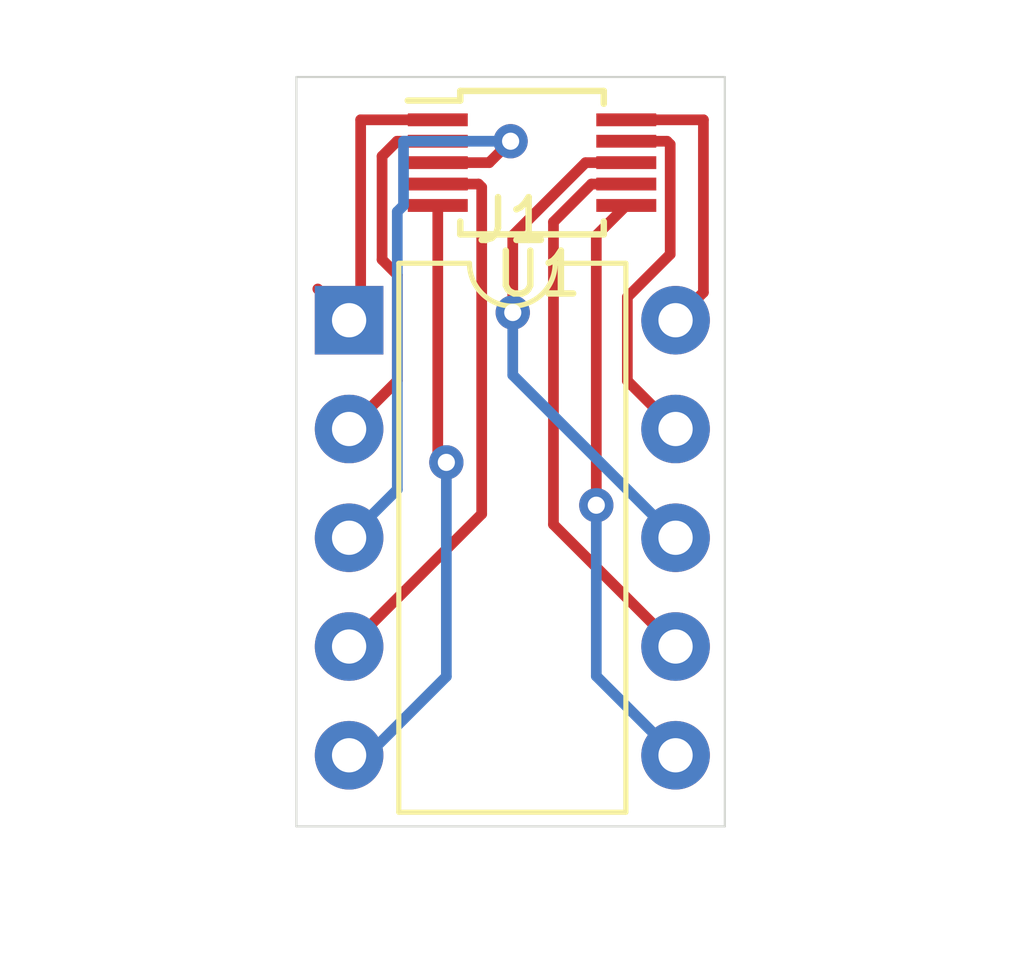
<source format=kicad_pcb>
(kicad_pcb (version 20171130) (host pcbnew "(5.1.10)-1")

  (general
    (thickness 1.6)
    (drawings 4)
    (tracks 52)
    (zones 0)
    (modules 2)
    (nets 10)
  )

  (page A4)
  (layers
    (0 F.Cu signal)
    (31 B.Cu signal)
    (32 B.Adhes user)
    (33 F.Adhes user)
    (34 B.Paste user)
    (35 F.Paste user)
    (36 B.SilkS user)
    (37 F.SilkS user)
    (38 B.Mask user)
    (39 F.Mask user)
    (40 Dwgs.User user)
    (41 Cmts.User user)
    (42 Eco1.User user)
    (43 Eco2.User user)
    (44 Edge.Cuts user)
    (45 Margin user)
    (46 B.CrtYd user)
    (47 F.CrtYd user)
    (48 B.Fab user)
    (49 F.Fab user)
  )

  (setup
    (last_trace_width 0.25)
    (user_trace_width 0.152)
    (user_trace_width 0.2286)
    (user_trace_width 0.3048)
    (user_trace_width 0.6096)
    (trace_clearance 0.2)
    (zone_clearance 0.508)
    (zone_45_only no)
    (trace_min 0.15)
    (via_size 0.8)
    (via_drill 0.4)
    (via_min_size 0.4)
    (via_min_drill 0.3)
    (uvia_size 0.3)
    (uvia_drill 0.1)
    (uvias_allowed no)
    (uvia_min_size 0.2)
    (uvia_min_drill 0.1)
    (edge_width 0.05)
    (segment_width 0.2)
    (pcb_text_width 0.3)
    (pcb_text_size 1.5 1.5)
    (mod_edge_width 0.12)
    (mod_text_size 1 1)
    (mod_text_width 0.15)
    (pad_size 1.524 1.524)
    (pad_drill 0.762)
    (pad_to_mask_clearance 0)
    (aux_axis_origin 0 0)
    (visible_elements 7FFFFFFF)
    (pcbplotparams
      (layerselection 0x010fc_ffffffff)
      (usegerberextensions false)
      (usegerberattributes true)
      (usegerberadvancedattributes true)
      (creategerberjobfile true)
      (excludeedgelayer true)
      (linewidth 0.100000)
      (plotframeref false)
      (viasonmask false)
      (mode 1)
      (useauxorigin false)
      (hpglpennumber 1)
      (hpglpenspeed 20)
      (hpglpendiameter 15.000000)
      (psnegative false)
      (psa4output false)
      (plotreference true)
      (plotvalue true)
      (plotinvisibletext false)
      (padsonsilk false)
      (subtractmaskfromsilk false)
      (outputformat 1)
      (mirror false)
      (drillshape 1)
      (scaleselection 1)
      (outputdirectory ""))
  )

  (net 0 "")
  (net 1 "Net-(J1-Pad4)")
  (net 2 "Net-(J1-Pad10)")
  (net 3 "Net-(J1-Pad9)")
  (net 4 "Net-(J1-Pad8)")
  (net 5 "Net-(J1-Pad7)")
  (net 6 "Net-(J1-Pad5)")
  (net 7 "Net-(J1-Pad3)")
  (net 8 "Net-(J1-Pad2)")
  (net 9 "Net-(J1-Pad1)")

  (net_class Default "This is the default net class."
    (clearance 0.2)
    (trace_width 0.25)
    (via_dia 0.8)
    (via_drill 0.4)
    (uvia_dia 0.3)
    (uvia_drill 0.1)
    (add_net "Net-(J1-Pad1)")
    (add_net "Net-(J1-Pad10)")
    (add_net "Net-(J1-Pad2)")
    (add_net "Net-(J1-Pad3)")
    (add_net "Net-(J1-Pad4)")
    (add_net "Net-(J1-Pad5)")
    (add_net "Net-(J1-Pad7)")
    (add_net "Net-(J1-Pad8)")
    (add_net "Net-(J1-Pad9)")
  )

  (module Package_DIP:DIP-10_W7.62mm (layer F.Cu) (tedit 5A02E8C5) (tstamp 61777B3F)
    (at 141.73 103.18)
    (descr "10-lead though-hole mounted DIP package, row spacing 7.62 mm (300 mils)")
    (tags "THT DIP DIL PDIP 2.54mm 7.62mm 300mil")
    (path /61774FB9)
    (fp_text reference J1 (at 3.81 -2.33) (layer F.SilkS)
      (effects (font (size 1 1) (thickness 0.15)))
    )
    (fp_text value Conn_02x05_Counter_Clockwise (at 3.81 14.32) (layer F.Fab)
      (effects (font (size 1 1) (thickness 0.15)))
    )
    (fp_text user %R (at 3.81 5.08) (layer F.Fab)
      (effects (font (size 1 1) (thickness 0.15)))
    )
    (fp_arc (start 3.81 -1.33) (end 2.81 -1.33) (angle -180) (layer F.SilkS) (width 0.12))
    (fp_line (start 1.635 -1.27) (end 6.985 -1.27) (layer F.Fab) (width 0.1))
    (fp_line (start 6.985 -1.27) (end 6.985 11.43) (layer F.Fab) (width 0.1))
    (fp_line (start 6.985 11.43) (end 0.635 11.43) (layer F.Fab) (width 0.1))
    (fp_line (start 0.635 11.43) (end 0.635 -0.27) (layer F.Fab) (width 0.1))
    (fp_line (start 0.635 -0.27) (end 1.635 -1.27) (layer F.Fab) (width 0.1))
    (fp_line (start 2.81 -1.33) (end 1.16 -1.33) (layer F.SilkS) (width 0.12))
    (fp_line (start 1.16 -1.33) (end 1.16 11.49) (layer F.SilkS) (width 0.12))
    (fp_line (start 1.16 11.49) (end 6.46 11.49) (layer F.SilkS) (width 0.12))
    (fp_line (start 6.46 11.49) (end 6.46 -1.33) (layer F.SilkS) (width 0.12))
    (fp_line (start 6.46 -1.33) (end 4.81 -1.33) (layer F.SilkS) (width 0.12))
    (fp_line (start -1.1 -1.55) (end -1.1 11.7) (layer F.CrtYd) (width 0.05))
    (fp_line (start -1.1 11.7) (end 8.7 11.7) (layer F.CrtYd) (width 0.05))
    (fp_line (start 8.7 11.7) (end 8.7 -1.55) (layer F.CrtYd) (width 0.05))
    (fp_line (start 8.7 -1.55) (end -1.1 -1.55) (layer F.CrtYd) (width 0.05))
    (pad 10 thru_hole oval (at 7.62 0) (size 1.6 1.6) (drill 0.8) (layers *.Cu *.Mask)
      (net 2 "Net-(J1-Pad10)"))
    (pad 5 thru_hole oval (at 0 10.16) (size 1.6 1.6) (drill 0.8) (layers *.Cu *.Mask)
      (net 6 "Net-(J1-Pad5)"))
    (pad 9 thru_hole oval (at 7.62 2.54) (size 1.6 1.6) (drill 0.8) (layers *.Cu *.Mask)
      (net 3 "Net-(J1-Pad9)"))
    (pad 4 thru_hole oval (at 0 7.62) (size 1.6 1.6) (drill 0.8) (layers *.Cu *.Mask)
      (net 1 "Net-(J1-Pad4)"))
    (pad 8 thru_hole oval (at 7.62 5.08) (size 1.6 1.6) (drill 0.8) (layers *.Cu *.Mask)
      (net 4 "Net-(J1-Pad8)"))
    (pad 3 thru_hole oval (at 0 5.08) (size 1.6 1.6) (drill 0.8) (layers *.Cu *.Mask)
      (net 7 "Net-(J1-Pad3)"))
    (pad 7 thru_hole oval (at 7.62 7.62) (size 1.6 1.6) (drill 0.8) (layers *.Cu *.Mask)
      (net 5 "Net-(J1-Pad7)"))
    (pad 2 thru_hole oval (at 0 2.54) (size 1.6 1.6) (drill 0.8) (layers *.Cu *.Mask)
      (net 8 "Net-(J1-Pad2)"))
    (pad 6 thru_hole oval (at 7.62 10.16) (size 1.6 1.6) (drill 0.8) (layers *.Cu *.Mask)
      (net 1 "Net-(J1-Pad4)"))
    (pad 1 thru_hole rect (at 0 0) (size 1.6 1.6) (drill 0.8) (layers *.Cu *.Mask)
      (net 9 "Net-(J1-Pad1)"))
    (model ${KISYS3DMOD}/Package_DIP.3dshapes/DIP-10_W7.62mm.wrl
      (at (xyz 0 0 0))
      (scale (xyz 1 1 1))
      (rotate (xyz 0 0 0))
    )
  )

  (module Package_SO:MSOP-10_3x3mm_P0.5mm (layer F.Cu) (tedit 5A02F25C) (tstamp 61777F44)
    (at 146 99.5)
    (descr "10-Lead Plastic Micro Small Outline Package (MS) [MSOP] (see Microchip Packaging Specification 00000049BS.pdf)")
    (tags "SSOP 0.5")
    (path /617626E2)
    (attr smd)
    (fp_text reference U1 (at 0.15 2.6) (layer F.SilkS)
      (effects (font (size 1 1) (thickness 0.15)))
    )
    (fp_text value AD5272BRM (at 0.48 -2.95) (layer F.Fab)
      (effects (font (size 1 1) (thickness 0.15)))
    )
    (fp_line (start -1.675 -1.45) (end -2.9 -1.45) (layer F.SilkS) (width 0.15))
    (fp_line (start -1.675 1.675) (end 1.675 1.675) (layer F.SilkS) (width 0.15))
    (fp_line (start -1.675 -1.675) (end 1.675 -1.675) (layer F.SilkS) (width 0.15))
    (fp_line (start -1.675 1.675) (end -1.675 1.375) (layer F.SilkS) (width 0.15))
    (fp_line (start 1.675 1.675) (end 1.675 1.375) (layer F.SilkS) (width 0.15))
    (fp_line (start 1.675 -1.675) (end 1.675 -1.375) (layer F.SilkS) (width 0.15))
    (fp_line (start -1.675 -1.675) (end -1.675 -1.45) (layer F.SilkS) (width 0.15))
    (fp_line (start -3.15 1.85) (end 3.15 1.85) (layer F.CrtYd) (width 0.05))
    (fp_line (start -3.15 -1.85) (end 3.15 -1.85) (layer F.CrtYd) (width 0.05))
    (fp_line (start 3.15 -1.85) (end 3.15 1.85) (layer F.CrtYd) (width 0.05))
    (fp_line (start -3.15 -1.85) (end -3.15 1.85) (layer F.CrtYd) (width 0.05))
    (fp_line (start -1.5 -0.5) (end -0.5 -1.5) (layer F.Fab) (width 0.15))
    (fp_line (start -1.5 1.5) (end -1.5 -0.5) (layer F.Fab) (width 0.15))
    (fp_line (start 1.5 1.5) (end -1.5 1.5) (layer F.Fab) (width 0.15))
    (fp_line (start 1.5 -1.5) (end 1.5 1.5) (layer F.Fab) (width 0.15))
    (fp_line (start -0.5 -1.5) (end 1.5 -1.5) (layer F.Fab) (width 0.15))
    (fp_text user %R (at 0.23 0.14) (layer F.Fab)
      (effects (font (size 0.6 0.6) (thickness 0.15)))
    )
    (pad 10 smd rect (at 2.2 -1) (size 1.4 0.3) (layers F.Cu F.Paste F.Mask)
      (net 2 "Net-(J1-Pad10)"))
    (pad 9 smd rect (at 2.2 -0.5) (size 1.4 0.3) (layers F.Cu F.Paste F.Mask)
      (net 3 "Net-(J1-Pad9)"))
    (pad 8 smd rect (at 2.2 0) (size 1.4 0.3) (layers F.Cu F.Paste F.Mask)
      (net 4 "Net-(J1-Pad8)"))
    (pad 7 smd rect (at 2.2 0.5) (size 1.4 0.3) (layers F.Cu F.Paste F.Mask)
      (net 5 "Net-(J1-Pad7)"))
    (pad 6 smd rect (at 2.2 1) (size 1.4 0.3) (layers F.Cu F.Paste F.Mask)
      (net 1 "Net-(J1-Pad4)"))
    (pad 5 smd rect (at -2.2 1) (size 1.4 0.3) (layers F.Cu F.Paste F.Mask)
      (net 6 "Net-(J1-Pad5)"))
    (pad 4 smd rect (at -2.2 0.5) (size 1.4 0.3) (layers F.Cu F.Paste F.Mask)
      (net 1 "Net-(J1-Pad4)"))
    (pad 3 smd rect (at -2.2 0) (size 1.4 0.3) (layers F.Cu F.Paste F.Mask)
      (net 7 "Net-(J1-Pad3)"))
    (pad 2 smd rect (at -2.2 -0.5) (size 1.4 0.3) (layers F.Cu F.Paste F.Mask)
      (net 8 "Net-(J1-Pad2)"))
    (pad 1 smd rect (at -2.2 -1) (size 1.4 0.3) (layers F.Cu F.Paste F.Mask)
      (net 9 "Net-(J1-Pad1)"))
    (model ${KISYS3DMOD}/Package_SO.3dshapes/MSOP-10_3x3mm_P0.5mm.wrl
      (at (xyz 0 0 0))
      (scale (xyz 1 1 1))
      (rotate (xyz 0 0 0))
    )
  )

  (gr_line (start 140.5 115) (end 140.5 97.5) (layer Edge.Cuts) (width 0.05) (tstamp 61778201))
  (gr_line (start 140.5 97.5) (end 150.5 97.5) (layer Edge.Cuts) (width 0.05) (tstamp 617691CD))
  (gr_line (start 150.5 115) (end 140.5 115) (layer Edge.Cuts) (width 0.05))
  (gr_line (start 150.5 97.5) (end 150.5 115) (layer Edge.Cuts) (width 0.05))

  (segment (start 144.825001 107.704999) (end 141.73 110.8) (width 0.25) (layer F.Cu) (net 1))
  (segment (start 144.825001 100.075001) (end 144.825001 107.704999) (width 0.25) (layer F.Cu) (net 1))
  (segment (start 144.75 100) (end 144.825001 100.075001) (width 0.25) (layer F.Cu) (net 1))
  (segment (start 143.8 100) (end 144.75 100) (width 0.25) (layer F.Cu) (net 1))
  (segment (start 147.5 101.2) (end 147.5 107.5) (width 0.25) (layer F.Cu) (net 1))
  (via (at 147.5 107.5) (size 0.8) (drill 0.4) (layers F.Cu B.Cu) (net 1))
  (segment (start 148.2 100.5) (end 147.5 101.2) (width 0.25) (layer F.Cu) (net 1))
  (segment (start 147.5 111.49) (end 149.35 113.34) (width 0.25) (layer B.Cu) (net 1))
  (segment (start 147.5 107.5) (end 147.5 111.49) (width 0.25) (layer B.Cu) (net 1))
  (segment (start 148.2 98.5) (end 150 98.5) (width 0.25) (layer F.Cu) (net 2))
  (segment (start 150 102.53) (end 149.35 103.18) (width 0.25) (layer F.Cu) (net 2))
  (segment (start 150 98.5) (end 150 102.53) (width 0.25) (layer F.Cu) (net 2))
  (segment (start 148.224999 104.594999) (end 149.35 105.72) (width 0.25) (layer F.Cu) (net 3))
  (segment (start 148.224999 102.639999) (end 148.224999 104.594999) (width 0.25) (layer F.Cu) (net 3))
  (segment (start 149.225001 101.639997) (end 148.224999 102.639999) (width 0.25) (layer F.Cu) (net 3))
  (segment (start 149.225001 99.075001) (end 149.225001 101.639997) (width 0.25) (layer F.Cu) (net 3))
  (segment (start 149.15 99) (end 149.225001 99.075001) (width 0.25) (layer F.Cu) (net 3))
  (segment (start 148.2 99) (end 149.15 99) (width 0.25) (layer F.Cu) (net 3))
  (via (at 145.550001 103) (size 0.8) (drill 0.4) (layers F.Cu B.Cu) (net 4))
  (segment (start 147.25 99.5) (end 145.550001 101.199999) (width 0.25) (layer F.Cu) (net 4))
  (segment (start 145.550001 101.199999) (end 145.550001 103) (width 0.25) (layer F.Cu) (net 4))
  (segment (start 148.2 99.5) (end 147.25 99.5) (width 0.25) (layer F.Cu) (net 4))
  (segment (start 145.550001 104.460001) (end 149.35 108.26) (width 0.25) (layer B.Cu) (net 4))
  (segment (start 145.550001 103) (end 145.550001 104.460001) (width 0.25) (layer B.Cu) (net 4))
  (segment (start 147.38641 100) (end 146.5 100.88641) (width 0.25) (layer F.Cu) (net 5))
  (segment (start 148.2 100) (end 147.38641 100) (width 0.25) (layer F.Cu) (net 5))
  (segment (start 146.5 107.95) (end 149.35 110.8) (width 0.25) (layer F.Cu) (net 5))
  (segment (start 146.5 100.88641) (end 146.5 107.95) (width 0.25) (layer F.Cu) (net 5))
  (via (at 144 106.5) (size 0.8) (drill 0.4) (layers F.Cu B.Cu) (net 6))
  (segment (start 143.8 106.3) (end 144 106.5) (width 0.25) (layer F.Cu) (net 6))
  (segment (start 143.8 100.5) (end 143.8 106.3) (width 0.25) (layer F.Cu) (net 6))
  (segment (start 142.16 113.34) (end 141.73 113.34) (width 0.25) (layer B.Cu) (net 6))
  (segment (start 144 111.5) (end 142.16 113.34) (width 0.25) (layer B.Cu) (net 6))
  (segment (start 144 106.5) (end 144 111.5) (width 0.25) (layer B.Cu) (net 6))
  (segment (start 145 99.5) (end 145.5 99) (width 0.25) (layer F.Cu) (net 7))
  (via (at 145.5 99) (size 0.8) (drill 0.4) (layers F.Cu B.Cu) (net 7))
  (segment (start 143.8 99.5) (end 145 99.5) (width 0.25) (layer F.Cu) (net 7))
  (segment (start 142.855001 107.134999) (end 141.73 108.26) (width 0.25) (layer B.Cu) (net 7))
  (segment (start 143 100.5) (end 142.855001 100.644999) (width 0.25) (layer B.Cu) (net 7))
  (segment (start 143 99) (end 143 100.5) (width 0.25) (layer B.Cu) (net 7))
  (segment (start 142.855001 100.644999) (end 142.855001 107.134999) (width 0.25) (layer B.Cu) (net 7))
  (segment (start 145.5 99) (end 143 99) (width 0.25) (layer B.Cu) (net 7))
  (segment (start 142.855001 104.594999) (end 141.73 105.72) (width 0.25) (layer F.Cu) (net 8))
  (segment (start 142.855001 102.119999) (end 142.855001 104.594999) (width 0.25) (layer F.Cu) (net 8))
  (segment (start 142.5 99.35) (end 142.5 101.764998) (width 0.25) (layer F.Cu) (net 8))
  (segment (start 142.5 101.764998) (end 142.855001 102.119999) (width 0.25) (layer F.Cu) (net 8))
  (segment (start 142.85 99) (end 142.5 99.35) (width 0.25) (layer F.Cu) (net 8))
  (segment (start 143.8 99) (end 142.85 99) (width 0.25) (layer F.Cu) (net 8))
  (segment (start 141 102.45) (end 141.73 103.18) (width 0.25) (layer F.Cu) (net 9))
  (segment (start 143.8 98.5) (end 142 98.5) (width 0.25) (layer F.Cu) (net 9))
  (segment (start 142 102.91) (end 141.73 103.18) (width 0.25) (layer F.Cu) (net 9))
  (segment (start 142 98.5) (end 142 102.91) (width 0.25) (layer F.Cu) (net 9))

)

</source>
